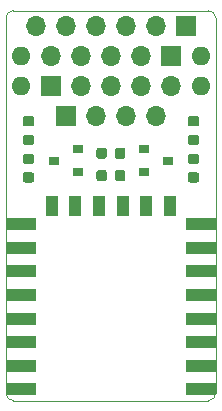
<source format=gbr>
%TF.GenerationSoftware,KiCad,Pcbnew,5.1.5+dfsg1-2~bpo10+1*%
%TF.CreationDate,Date%
%TF.ProjectId,ProMicro_ESP12E,50726f4d-6963-4726-9f5f-455350313245,v1.0*%
%TF.SameCoordinates,Original*%
%TF.FileFunction,Soldermask,Top*%
%TF.FilePolarity,Negative*%
%FSLAX45Y45*%
G04 Gerber Fmt 4.5, Leading zero omitted, Abs format (unit mm)*
G04 Created by KiCad*
%MOMM*%
%LPD*%
G04 APERTURE LIST*
%ADD10C,0.100000*%
%ADD11O,1.600000X1.600000*%
%ADD12C,0.150000*%
%ADD13R,0.900000X0.800000*%
%ADD14O,1.700000X1.700000*%
%ADD15R,1.700000X1.700000*%
%ADD16R,2.500000X1.000000*%
%ADD17R,1.000000X1.800000*%
G04 APERTURE END LIST*
D10*
X-63500Y3175000D02*
G75*
G03X-127000Y3111500I0J-63500D01*
G01*
X1651000Y3111500D02*
G75*
G03X1587500Y3175000I-63500J0D01*
G01*
X1587500Y-127000D02*
G75*
G03X1651000Y-63500I0J63500D01*
G01*
X-127000Y-63500D02*
G75*
G03X-63500Y-127000I63500J0D01*
G01*
X-127000Y3111500D02*
X-127000Y-63500D01*
X1587500Y3175000D02*
X-63500Y3175000D01*
X1651000Y-63500D02*
X1651000Y3111500D01*
X-63500Y-127000D02*
X1587500Y-127000D01*
D11*
X0Y2794000D03*
X0Y2540000D03*
X1524000Y2540000D03*
X1524000Y2794000D03*
D12*
G36*
X1488269Y2123895D02*
G01*
X1490393Y2123580D01*
X1492475Y2123058D01*
X1494496Y2122335D01*
X1496437Y2121417D01*
X1498278Y2120313D01*
X1500002Y2119035D01*
X1501593Y2117593D01*
X1503035Y2116002D01*
X1504313Y2114278D01*
X1505417Y2112437D01*
X1506335Y2110496D01*
X1507058Y2108475D01*
X1507580Y2106393D01*
X1507895Y2104269D01*
X1508000Y2102125D01*
X1508000Y2058375D01*
X1507895Y2056231D01*
X1507580Y2054107D01*
X1507058Y2052025D01*
X1506335Y2050004D01*
X1505417Y2048063D01*
X1504313Y2046222D01*
X1503035Y2044498D01*
X1501593Y2042907D01*
X1500002Y2041465D01*
X1498278Y2040187D01*
X1496437Y2039083D01*
X1494496Y2038165D01*
X1492475Y2037442D01*
X1490393Y2036920D01*
X1488269Y2036605D01*
X1486125Y2036500D01*
X1434875Y2036500D01*
X1432731Y2036605D01*
X1430607Y2036920D01*
X1428525Y2037442D01*
X1426504Y2038165D01*
X1424563Y2039083D01*
X1422722Y2040187D01*
X1420998Y2041465D01*
X1419407Y2042907D01*
X1417965Y2044498D01*
X1416687Y2046222D01*
X1415583Y2048063D01*
X1414665Y2050004D01*
X1413942Y2052025D01*
X1413420Y2054107D01*
X1413105Y2056231D01*
X1413000Y2058375D01*
X1413000Y2102125D01*
X1413105Y2104269D01*
X1413420Y2106393D01*
X1413942Y2108475D01*
X1414665Y2110496D01*
X1415583Y2112437D01*
X1416687Y2114278D01*
X1417965Y2116002D01*
X1419407Y2117593D01*
X1420998Y2119035D01*
X1422722Y2120313D01*
X1424563Y2121417D01*
X1426504Y2122335D01*
X1428525Y2123058D01*
X1430607Y2123580D01*
X1432731Y2123895D01*
X1434875Y2124000D01*
X1486125Y2124000D01*
X1488269Y2123895D01*
G37*
G36*
X1488269Y2281395D02*
G01*
X1490393Y2281080D01*
X1492475Y2280558D01*
X1494496Y2279835D01*
X1496437Y2278917D01*
X1498278Y2277813D01*
X1500002Y2276535D01*
X1501593Y2275093D01*
X1503035Y2273502D01*
X1504313Y2271778D01*
X1505417Y2269937D01*
X1506335Y2267996D01*
X1507058Y2265975D01*
X1507580Y2263893D01*
X1507895Y2261769D01*
X1508000Y2259625D01*
X1508000Y2215875D01*
X1507895Y2213731D01*
X1507580Y2211607D01*
X1507058Y2209525D01*
X1506335Y2207504D01*
X1505417Y2205563D01*
X1504313Y2203722D01*
X1503035Y2201998D01*
X1501593Y2200407D01*
X1500002Y2198965D01*
X1498278Y2197687D01*
X1496437Y2196583D01*
X1494496Y2195665D01*
X1492475Y2194942D01*
X1490393Y2194420D01*
X1488269Y2194105D01*
X1486125Y2194000D01*
X1434875Y2194000D01*
X1432731Y2194105D01*
X1430607Y2194420D01*
X1428525Y2194942D01*
X1426504Y2195665D01*
X1424563Y2196583D01*
X1422722Y2197687D01*
X1420998Y2198965D01*
X1419407Y2200407D01*
X1417965Y2201998D01*
X1416687Y2203722D01*
X1415583Y2205563D01*
X1414665Y2207504D01*
X1413942Y2209525D01*
X1413420Y2211607D01*
X1413105Y2213731D01*
X1413000Y2215875D01*
X1413000Y2259625D01*
X1413105Y2261769D01*
X1413420Y2263893D01*
X1413942Y2265975D01*
X1414665Y2267996D01*
X1415583Y2269937D01*
X1416687Y2271778D01*
X1417965Y2273502D01*
X1419407Y2275093D01*
X1420998Y2276535D01*
X1422722Y2277813D01*
X1424563Y2278917D01*
X1426504Y2279835D01*
X1428525Y2280558D01*
X1430607Y2281080D01*
X1432731Y2281395D01*
X1434875Y2281500D01*
X1486125Y2281500D01*
X1488269Y2281395D01*
G37*
D13*
X1243000Y1905000D03*
X1043000Y1810000D03*
X1043000Y2000000D03*
X281000Y1905000D03*
X481000Y2000000D03*
X481000Y1810000D03*
D12*
G36*
X91269Y2281395D02*
G01*
X93393Y2281080D01*
X95475Y2280558D01*
X97496Y2279835D01*
X99437Y2278917D01*
X101278Y2277813D01*
X103002Y2276535D01*
X104593Y2275093D01*
X106035Y2273502D01*
X107313Y2271778D01*
X108417Y2269937D01*
X109335Y2267996D01*
X110058Y2265975D01*
X110580Y2263893D01*
X110895Y2261769D01*
X111000Y2259625D01*
X111000Y2215875D01*
X110895Y2213731D01*
X110580Y2211607D01*
X110058Y2209525D01*
X109335Y2207504D01*
X108417Y2205563D01*
X107313Y2203722D01*
X106035Y2201998D01*
X104593Y2200407D01*
X103002Y2198965D01*
X101278Y2197687D01*
X99437Y2196583D01*
X97496Y2195665D01*
X95475Y2194942D01*
X93393Y2194420D01*
X91269Y2194105D01*
X89125Y2194000D01*
X37875Y2194000D01*
X35731Y2194105D01*
X33607Y2194420D01*
X31525Y2194942D01*
X29504Y2195665D01*
X27563Y2196583D01*
X25722Y2197687D01*
X23998Y2198965D01*
X22407Y2200407D01*
X20965Y2201998D01*
X19687Y2203722D01*
X18583Y2205563D01*
X17665Y2207504D01*
X16942Y2209525D01*
X16420Y2211607D01*
X16105Y2213731D01*
X16000Y2215875D01*
X16000Y2259625D01*
X16105Y2261769D01*
X16420Y2263893D01*
X16942Y2265975D01*
X17665Y2267996D01*
X18583Y2269937D01*
X19687Y2271778D01*
X20965Y2273502D01*
X22407Y2275093D01*
X23998Y2276535D01*
X25722Y2277813D01*
X27563Y2278917D01*
X29504Y2279835D01*
X31525Y2280558D01*
X33607Y2281080D01*
X35731Y2281395D01*
X37875Y2281500D01*
X89125Y2281500D01*
X91269Y2281395D01*
G37*
G36*
X91269Y2123895D02*
G01*
X93393Y2123580D01*
X95475Y2123058D01*
X97496Y2122335D01*
X99437Y2121417D01*
X101278Y2120313D01*
X103002Y2119035D01*
X104593Y2117593D01*
X106035Y2116002D01*
X107313Y2114278D01*
X108417Y2112437D01*
X109335Y2110496D01*
X110058Y2108475D01*
X110580Y2106393D01*
X110895Y2104269D01*
X111000Y2102125D01*
X111000Y2058375D01*
X110895Y2056231D01*
X110580Y2054107D01*
X110058Y2052025D01*
X109335Y2050004D01*
X108417Y2048063D01*
X107313Y2046222D01*
X106035Y2044498D01*
X104593Y2042907D01*
X103002Y2041465D01*
X101278Y2040187D01*
X99437Y2039083D01*
X97496Y2038165D01*
X95475Y2037442D01*
X93393Y2036920D01*
X91269Y2036605D01*
X89125Y2036500D01*
X37875Y2036500D01*
X35731Y2036605D01*
X33607Y2036920D01*
X31525Y2037442D01*
X29504Y2038165D01*
X27563Y2039083D01*
X25722Y2040187D01*
X23998Y2041465D01*
X22407Y2042907D01*
X20965Y2044498D01*
X19687Y2046222D01*
X18583Y2048063D01*
X17665Y2050004D01*
X16942Y2052025D01*
X16420Y2054107D01*
X16105Y2056231D01*
X16000Y2058375D01*
X16000Y2102125D01*
X16105Y2104269D01*
X16420Y2106393D01*
X16942Y2108475D01*
X17665Y2110496D01*
X18583Y2112437D01*
X19687Y2114278D01*
X20965Y2116002D01*
X22407Y2117593D01*
X23998Y2119035D01*
X25722Y2120313D01*
X27563Y2121417D01*
X29504Y2122335D01*
X31525Y2123058D01*
X33607Y2123580D01*
X35731Y2123895D01*
X37875Y2124000D01*
X89125Y2124000D01*
X91269Y2123895D01*
G37*
G36*
X91269Y1806395D02*
G01*
X93393Y1806080D01*
X95475Y1805558D01*
X97496Y1804835D01*
X99437Y1803917D01*
X101278Y1802813D01*
X103002Y1801535D01*
X104593Y1800093D01*
X106035Y1798502D01*
X107313Y1796778D01*
X108417Y1794937D01*
X109335Y1792996D01*
X110058Y1790975D01*
X110580Y1788893D01*
X110895Y1786769D01*
X111000Y1784625D01*
X111000Y1740875D01*
X110895Y1738731D01*
X110580Y1736607D01*
X110058Y1734525D01*
X109335Y1732504D01*
X108417Y1730563D01*
X107313Y1728722D01*
X106035Y1726998D01*
X104593Y1725407D01*
X103002Y1723965D01*
X101278Y1722687D01*
X99437Y1721583D01*
X97496Y1720665D01*
X95475Y1719942D01*
X93393Y1719420D01*
X91269Y1719105D01*
X89125Y1719000D01*
X37875Y1719000D01*
X35731Y1719105D01*
X33607Y1719420D01*
X31525Y1719942D01*
X29504Y1720665D01*
X27563Y1721583D01*
X25722Y1722687D01*
X23998Y1723965D01*
X22407Y1725407D01*
X20965Y1726998D01*
X19687Y1728722D01*
X18583Y1730563D01*
X17665Y1732504D01*
X16942Y1734525D01*
X16420Y1736607D01*
X16105Y1738731D01*
X16000Y1740875D01*
X16000Y1784625D01*
X16105Y1786769D01*
X16420Y1788893D01*
X16942Y1790975D01*
X17665Y1792996D01*
X18583Y1794937D01*
X19687Y1796778D01*
X20965Y1798502D01*
X22407Y1800093D01*
X23998Y1801535D01*
X25722Y1802813D01*
X27563Y1803917D01*
X29504Y1804835D01*
X31525Y1805558D01*
X33607Y1806080D01*
X35731Y1806395D01*
X37875Y1806500D01*
X89125Y1806500D01*
X91269Y1806395D01*
G37*
G36*
X91269Y1963895D02*
G01*
X93393Y1963580D01*
X95475Y1963058D01*
X97496Y1962335D01*
X99437Y1961417D01*
X101278Y1960313D01*
X103002Y1959035D01*
X104593Y1957593D01*
X106035Y1956002D01*
X107313Y1954278D01*
X108417Y1952437D01*
X109335Y1950496D01*
X110058Y1948475D01*
X110580Y1946393D01*
X110895Y1944269D01*
X111000Y1942125D01*
X111000Y1898375D01*
X110895Y1896231D01*
X110580Y1894107D01*
X110058Y1892025D01*
X109335Y1890004D01*
X108417Y1888063D01*
X107313Y1886222D01*
X106035Y1884498D01*
X104593Y1882907D01*
X103002Y1881465D01*
X101278Y1880187D01*
X99437Y1879083D01*
X97496Y1878165D01*
X95475Y1877442D01*
X93393Y1876920D01*
X91269Y1876605D01*
X89125Y1876500D01*
X37875Y1876500D01*
X35731Y1876605D01*
X33607Y1876920D01*
X31525Y1877442D01*
X29504Y1878165D01*
X27563Y1879083D01*
X25722Y1880187D01*
X23998Y1881465D01*
X22407Y1882907D01*
X20965Y1884498D01*
X19687Y1886222D01*
X18583Y1888063D01*
X17665Y1890004D01*
X16942Y1892025D01*
X16420Y1894107D01*
X16105Y1896231D01*
X16000Y1898375D01*
X16000Y1942125D01*
X16105Y1944269D01*
X16420Y1946393D01*
X16942Y1948475D01*
X17665Y1950496D01*
X18583Y1952437D01*
X19687Y1954278D01*
X20965Y1956002D01*
X22407Y1957593D01*
X23998Y1959035D01*
X25722Y1960313D01*
X27563Y1961417D01*
X29504Y1962335D01*
X31525Y1963058D01*
X33607Y1963580D01*
X35731Y1963895D01*
X37875Y1964000D01*
X89125Y1964000D01*
X91269Y1963895D01*
G37*
G36*
X707269Y2015895D02*
G01*
X709393Y2015580D01*
X711475Y2015058D01*
X713496Y2014335D01*
X715437Y2013417D01*
X717278Y2012313D01*
X719002Y2011035D01*
X720593Y2009593D01*
X722035Y2008002D01*
X723313Y2006278D01*
X724417Y2004437D01*
X725335Y2002496D01*
X726058Y2000475D01*
X726580Y1998393D01*
X726895Y1996269D01*
X727000Y1994125D01*
X727000Y1942875D01*
X726895Y1940731D01*
X726580Y1938607D01*
X726058Y1936525D01*
X725335Y1934504D01*
X724417Y1932563D01*
X723313Y1930722D01*
X722035Y1928998D01*
X720593Y1927407D01*
X719002Y1925965D01*
X717278Y1924687D01*
X715437Y1923583D01*
X713496Y1922665D01*
X711475Y1921942D01*
X709393Y1921420D01*
X707269Y1921105D01*
X705125Y1921000D01*
X661375Y1921000D01*
X659231Y1921105D01*
X657107Y1921420D01*
X655025Y1921942D01*
X653004Y1922665D01*
X651063Y1923583D01*
X649222Y1924687D01*
X647498Y1925965D01*
X645907Y1927407D01*
X644465Y1928998D01*
X643187Y1930722D01*
X642083Y1932563D01*
X641165Y1934504D01*
X640442Y1936525D01*
X639920Y1938607D01*
X639605Y1940731D01*
X639500Y1942875D01*
X639500Y1994125D01*
X639605Y1996269D01*
X639920Y1998393D01*
X640442Y2000475D01*
X641165Y2002496D01*
X642083Y2004437D01*
X643187Y2006278D01*
X644465Y2008002D01*
X645907Y2009593D01*
X647498Y2011035D01*
X649222Y2012313D01*
X651063Y2013417D01*
X653004Y2014335D01*
X655025Y2015058D01*
X657107Y2015580D01*
X659231Y2015895D01*
X661375Y2016000D01*
X705125Y2016000D01*
X707269Y2015895D01*
G37*
G36*
X864769Y2015895D02*
G01*
X866893Y2015580D01*
X868975Y2015058D01*
X870996Y2014335D01*
X872937Y2013417D01*
X874778Y2012313D01*
X876502Y2011035D01*
X878093Y2009593D01*
X879535Y2008002D01*
X880813Y2006278D01*
X881917Y2004437D01*
X882835Y2002496D01*
X883558Y2000475D01*
X884080Y1998393D01*
X884395Y1996269D01*
X884500Y1994125D01*
X884500Y1942875D01*
X884395Y1940731D01*
X884080Y1938607D01*
X883558Y1936525D01*
X882835Y1934504D01*
X881917Y1932563D01*
X880813Y1930722D01*
X879535Y1928998D01*
X878093Y1927407D01*
X876502Y1925965D01*
X874778Y1924687D01*
X872937Y1923583D01*
X870996Y1922665D01*
X868975Y1921942D01*
X866893Y1921420D01*
X864769Y1921105D01*
X862625Y1921000D01*
X818875Y1921000D01*
X816731Y1921105D01*
X814607Y1921420D01*
X812525Y1921942D01*
X810504Y1922665D01*
X808563Y1923583D01*
X806722Y1924687D01*
X804998Y1925965D01*
X803407Y1927407D01*
X801965Y1928998D01*
X800687Y1930722D01*
X799583Y1932563D01*
X798665Y1934504D01*
X797942Y1936525D01*
X797420Y1938607D01*
X797105Y1940731D01*
X797000Y1942875D01*
X797000Y1994125D01*
X797105Y1996269D01*
X797420Y1998393D01*
X797942Y2000475D01*
X798665Y2002496D01*
X799583Y2004437D01*
X800687Y2006278D01*
X801965Y2008002D01*
X803407Y2009593D01*
X804998Y2011035D01*
X806722Y2012313D01*
X808563Y2013417D01*
X810504Y2014335D01*
X812525Y2015058D01*
X814607Y2015580D01*
X816731Y2015895D01*
X818875Y2016000D01*
X862625Y2016000D01*
X864769Y2015895D01*
G37*
G36*
X864769Y1825395D02*
G01*
X866893Y1825080D01*
X868975Y1824558D01*
X870996Y1823835D01*
X872937Y1822917D01*
X874778Y1821813D01*
X876502Y1820535D01*
X878093Y1819093D01*
X879535Y1817502D01*
X880813Y1815778D01*
X881917Y1813937D01*
X882835Y1811996D01*
X883558Y1809975D01*
X884080Y1807893D01*
X884395Y1805769D01*
X884500Y1803625D01*
X884500Y1752375D01*
X884395Y1750231D01*
X884080Y1748107D01*
X883558Y1746025D01*
X882835Y1744004D01*
X881917Y1742063D01*
X880813Y1740222D01*
X879535Y1738498D01*
X878093Y1736907D01*
X876502Y1735465D01*
X874778Y1734187D01*
X872937Y1733083D01*
X870996Y1732165D01*
X868975Y1731442D01*
X866893Y1730920D01*
X864769Y1730605D01*
X862625Y1730500D01*
X818875Y1730500D01*
X816731Y1730605D01*
X814607Y1730920D01*
X812525Y1731442D01*
X810504Y1732165D01*
X808563Y1733083D01*
X806722Y1734187D01*
X804998Y1735465D01*
X803407Y1736907D01*
X801965Y1738498D01*
X800687Y1740222D01*
X799583Y1742063D01*
X798665Y1744004D01*
X797942Y1746025D01*
X797420Y1748107D01*
X797105Y1750231D01*
X797000Y1752375D01*
X797000Y1803625D01*
X797105Y1805769D01*
X797420Y1807893D01*
X797942Y1809975D01*
X798665Y1811996D01*
X799583Y1813937D01*
X800687Y1815778D01*
X801965Y1817502D01*
X803407Y1819093D01*
X804998Y1820535D01*
X806722Y1821813D01*
X808563Y1822917D01*
X810504Y1823835D01*
X812525Y1824558D01*
X814607Y1825080D01*
X816731Y1825395D01*
X818875Y1825500D01*
X862625Y1825500D01*
X864769Y1825395D01*
G37*
G36*
X707269Y1825395D02*
G01*
X709393Y1825080D01*
X711475Y1824558D01*
X713496Y1823835D01*
X715437Y1822917D01*
X717278Y1821813D01*
X719002Y1820535D01*
X720593Y1819093D01*
X722035Y1817502D01*
X723313Y1815778D01*
X724417Y1813937D01*
X725335Y1811996D01*
X726058Y1809975D01*
X726580Y1807893D01*
X726895Y1805769D01*
X727000Y1803625D01*
X727000Y1752375D01*
X726895Y1750231D01*
X726580Y1748107D01*
X726058Y1746025D01*
X725335Y1744004D01*
X724417Y1742063D01*
X723313Y1740222D01*
X722035Y1738498D01*
X720593Y1736907D01*
X719002Y1735465D01*
X717278Y1734187D01*
X715437Y1733083D01*
X713496Y1732165D01*
X711475Y1731442D01*
X709393Y1730920D01*
X707269Y1730605D01*
X705125Y1730500D01*
X661375Y1730500D01*
X659231Y1730605D01*
X657107Y1730920D01*
X655025Y1731442D01*
X653004Y1732165D01*
X651063Y1733083D01*
X649222Y1734187D01*
X647498Y1735465D01*
X645907Y1736907D01*
X644465Y1738498D01*
X643187Y1740222D01*
X642083Y1742063D01*
X641165Y1744004D01*
X640442Y1746025D01*
X639920Y1748107D01*
X639605Y1750231D01*
X639500Y1752375D01*
X639500Y1803625D01*
X639605Y1805769D01*
X639920Y1807893D01*
X640442Y1809975D01*
X641165Y1811996D01*
X642083Y1813937D01*
X643187Y1815778D01*
X644465Y1817502D01*
X645907Y1819093D01*
X647498Y1820535D01*
X649222Y1821813D01*
X651063Y1822917D01*
X653004Y1823835D01*
X655025Y1824558D01*
X657107Y1825080D01*
X659231Y1825395D01*
X661375Y1825500D01*
X705125Y1825500D01*
X707269Y1825395D01*
G37*
G36*
X1488269Y1806395D02*
G01*
X1490393Y1806080D01*
X1492475Y1805558D01*
X1494496Y1804835D01*
X1496437Y1803917D01*
X1498278Y1802813D01*
X1500002Y1801535D01*
X1501593Y1800093D01*
X1503035Y1798502D01*
X1504313Y1796778D01*
X1505417Y1794937D01*
X1506335Y1792996D01*
X1507058Y1790975D01*
X1507580Y1788893D01*
X1507895Y1786769D01*
X1508000Y1784625D01*
X1508000Y1740875D01*
X1507895Y1738731D01*
X1507580Y1736607D01*
X1507058Y1734525D01*
X1506335Y1732504D01*
X1505417Y1730563D01*
X1504313Y1728722D01*
X1503035Y1726998D01*
X1501593Y1725407D01*
X1500002Y1723965D01*
X1498278Y1722687D01*
X1496437Y1721583D01*
X1494496Y1720665D01*
X1492475Y1719942D01*
X1490393Y1719420D01*
X1488269Y1719105D01*
X1486125Y1719000D01*
X1434875Y1719000D01*
X1432731Y1719105D01*
X1430607Y1719420D01*
X1428525Y1719942D01*
X1426504Y1720665D01*
X1424563Y1721583D01*
X1422722Y1722687D01*
X1420998Y1723965D01*
X1419407Y1725407D01*
X1417965Y1726998D01*
X1416687Y1728722D01*
X1415583Y1730563D01*
X1414665Y1732504D01*
X1413942Y1734525D01*
X1413420Y1736607D01*
X1413105Y1738731D01*
X1413000Y1740875D01*
X1413000Y1784625D01*
X1413105Y1786769D01*
X1413420Y1788893D01*
X1413942Y1790975D01*
X1414665Y1792996D01*
X1415583Y1794937D01*
X1416687Y1796778D01*
X1417965Y1798502D01*
X1419407Y1800093D01*
X1420998Y1801535D01*
X1422722Y1802813D01*
X1424563Y1803917D01*
X1426504Y1804835D01*
X1428525Y1805558D01*
X1430607Y1806080D01*
X1432731Y1806395D01*
X1434875Y1806500D01*
X1486125Y1806500D01*
X1488269Y1806395D01*
G37*
G36*
X1488269Y1963895D02*
G01*
X1490393Y1963580D01*
X1492475Y1963058D01*
X1494496Y1962335D01*
X1496437Y1961417D01*
X1498278Y1960313D01*
X1500002Y1959035D01*
X1501593Y1957593D01*
X1503035Y1956002D01*
X1504313Y1954278D01*
X1505417Y1952437D01*
X1506335Y1950496D01*
X1507058Y1948475D01*
X1507580Y1946393D01*
X1507895Y1944269D01*
X1508000Y1942125D01*
X1508000Y1898375D01*
X1507895Y1896231D01*
X1507580Y1894107D01*
X1507058Y1892025D01*
X1506335Y1890004D01*
X1505417Y1888063D01*
X1504313Y1886222D01*
X1503035Y1884498D01*
X1501593Y1882907D01*
X1500002Y1881465D01*
X1498278Y1880187D01*
X1496437Y1879083D01*
X1494496Y1878165D01*
X1492475Y1877442D01*
X1490393Y1876920D01*
X1488269Y1876605D01*
X1486125Y1876500D01*
X1434875Y1876500D01*
X1432731Y1876605D01*
X1430607Y1876920D01*
X1428525Y1877442D01*
X1426504Y1878165D01*
X1424563Y1879083D01*
X1422722Y1880187D01*
X1420998Y1881465D01*
X1419407Y1882907D01*
X1417965Y1884498D01*
X1416687Y1886222D01*
X1415583Y1888063D01*
X1414665Y1890004D01*
X1413942Y1892025D01*
X1413420Y1894107D01*
X1413105Y1896231D01*
X1413000Y1898375D01*
X1413000Y1942125D01*
X1413105Y1944269D01*
X1413420Y1946393D01*
X1413942Y1948475D01*
X1414665Y1950496D01*
X1415583Y1952437D01*
X1416687Y1954278D01*
X1417965Y1956002D01*
X1419407Y1957593D01*
X1420998Y1959035D01*
X1422722Y1960313D01*
X1424563Y1961417D01*
X1426504Y1962335D01*
X1428525Y1963058D01*
X1430607Y1963580D01*
X1432731Y1963895D01*
X1434875Y1964000D01*
X1486125Y1964000D01*
X1488269Y1963895D01*
G37*
D14*
X127000Y3048000D03*
X381000Y3048000D03*
X635000Y3048000D03*
X889000Y3048000D03*
X1143000Y3048000D03*
D15*
X1397000Y3048000D03*
D14*
X1270000Y2540000D03*
D15*
X1270000Y2794000D03*
D14*
X1143000Y2286000D03*
X889000Y2286000D03*
X635000Y2286000D03*
D15*
X381000Y2286000D03*
D14*
X1016000Y2794000D03*
X1016000Y2540000D03*
X762000Y2794000D03*
X762000Y2540000D03*
X508000Y2794000D03*
X508000Y2540000D03*
X254000Y2794000D03*
D15*
X254000Y2540000D03*
D16*
X2000Y-32500D03*
X2000Y167500D03*
X2000Y367500D03*
X2000Y567500D03*
X2000Y767500D03*
X2000Y967500D03*
X2000Y1167500D03*
X2000Y1367500D03*
D17*
X262000Y1517500D03*
X462000Y1517500D03*
X662000Y1517500D03*
X862000Y1517500D03*
X1062000Y1517500D03*
X1262000Y1517500D03*
D16*
X1522000Y1367500D03*
X1522000Y1167500D03*
X1522000Y967500D03*
X1522000Y767500D03*
X1522000Y567500D03*
X1522000Y367500D03*
X1522000Y167500D03*
X1522000Y-32500D03*
M02*

</source>
